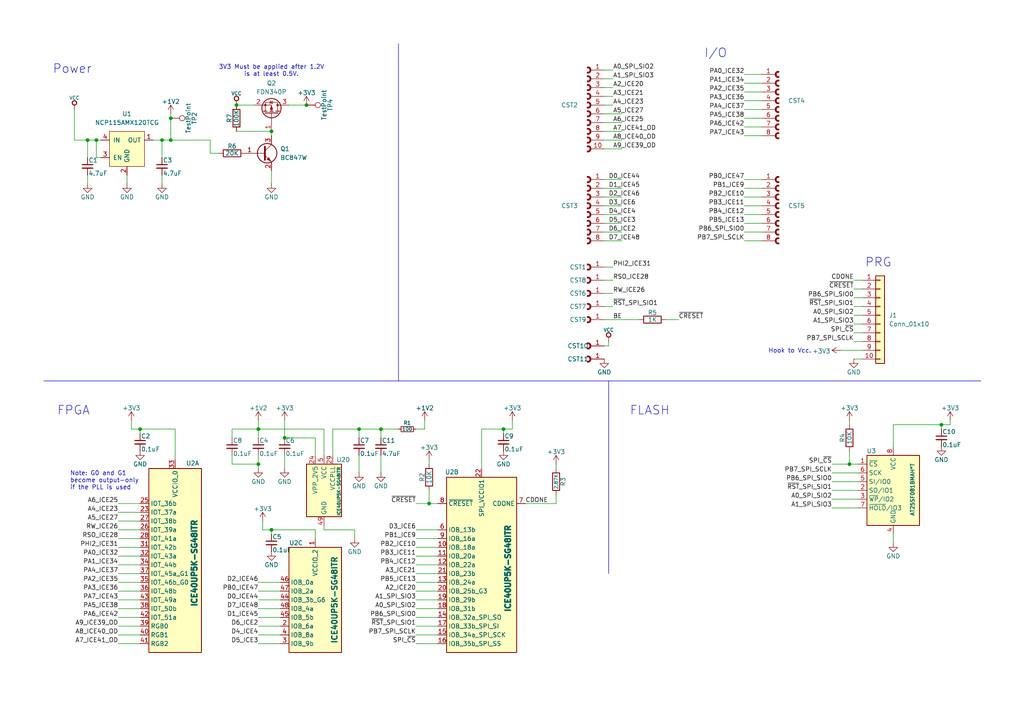
<source format=kicad_sch>
(kicad_sch (version 20250114) (generator "eeschema") (generator_version "9.0")
  (paper "A4")
  (title_block (title "CHIPz 6530 RIOT") (date "2025-07-12") (rev "1.0") (company "by Circuit Monkey from a Nimrod Design") (comment 1 "© 2023 Dag Lem,  CHIPz version © 2025 Mark J Koch") (comment 2 "Licensed under CERN-OHL-S v2 (https://ohwr.org/cern_ohl_s_v2.txt)") (comment 3 "Forked from: https://github.com/daglem/redip-riot"))
  (lib_symbols
    (symbol "CM_Connector_Generic:cast-01" (in_bom no)
      (property "Reference" "CST" (at -5.08 0 0))
      (symbol "cast-01_1_1"
        (pin passive line (at 2.54 0 180) (length 3.81) (name "") (number "1"))
      )
    )
    (symbol "CM_Connector_Generic:cast-08" (in_bom no)
      (property "Reference" "CST" (at -5.08 0 0))
      (symbol "cast-08_1_1"
        (pin passive line (at 2.54 7.62 180) (length 3.81) (name "") (number "1"))
        (pin passive line (at 2.54 5.08 180) (length 3.81) (name "") (number "2"))
        (pin passive line (at 2.54 2.54 180) (length 3.81) (name "") (number "3"))
        (pin passive line (at 2.54 0 180) (length 3.81) (name "") (number "4"))
        (pin passive line (at 2.54 -2.54 180) (length 3.81) (name "") (number "5"))
        (pin passive line (at 2.54 -5.08 180) (length 3.81) (name "") (number "6"))
        (pin passive line (at 2.54 -7.62 180) (length 3.81) (name "") (number "7"))
        (pin passive line (at 2.54 -10.16 180) (length 3.81) (name "") (number "8"))
      )
    )
    (symbol "CM_Connector_Generic:cast-10" (in_bom no)
      (property "Reference" "CST" (at -5.08 0 0))
      (symbol "cast-10_1_1"
        (pin passive line (at 2.54 10.16 180) (length 3.81) (name "") (number "1"))
        (pin passive line (at 2.54 7.62 180) (length 3.81) (name "") (number "2"))
        (pin passive line (at 2.54 5.08 180) (length 3.81) (name "") (number "3"))
        (pin passive line (at 2.54 2.54 180) (length 3.81) (name "") (number "4"))
        (pin passive line (at 2.54 0 180) (length 3.81) (name "") (number "5"))
        (pin passive line (at 2.54 -2.54 180) (length 3.81) (name "") (number "6"))
        (pin passive line (at 2.54 -5.08 180) (length 3.81) (name "") (number "7"))
        (pin passive line (at 2.54 -7.62 180) (length 3.81) (name "") (number "8"))
        (pin passive line (at 2.54 -10.16 180) (length 3.81) (name "") (number "9"))
        (pin passive line (at 2.54 -12.7 180) (length 3.81) (name "") (number "10"))
      )
    )
    (symbol "CM_power:VCC" (power) (pin_numbers (hide yes)) (pin_names (offset 0) (hide yes))
      (property "Value" "VCC" (at 0 2.794 0))
      (symbol "VCC_1_1"
        (pin power_in line (at 0 0 90) (length 0) (name "~") (number "1"))
      )
    )
    (symbol "Connector:TestPoint" (pin_numbers (hide yes)) (pin_names (offset 0.762) (hide yes))
      (property "Reference" "TP" (at 0 6.858 0))
      (property "Value" "TestPoint" (at 0 5.08 0))
      (symbol "TestPoint_1_1"
        (pin passive line (at 0 0 90) (length 2.54) (name "1") (number "1"))
      )
    )
    (symbol "Connector_Generic:Conn_01x10" (pin_names (offset 1.016) (hide yes))
      (property "Reference" "J" (at 0 12.7 0))
      (property "Value" "Conn_01x10" (at 0 -15.24 0))
      (symbol "Conn_01x10_1_1"
        (pin passive line (at -5.08 10.16 0) (length 3.81) (name "Pin_1") (number "1"))
        (pin passive line (at -5.08 7.62 0) (length 3.81) (name "Pin_2") (number "2"))
        (pin passive line (at -5.08 5.08 0) (length 3.81) (name "Pin_3") (number "3"))
        (pin passive line (at -5.08 2.54 0) (length 3.81) (name "Pin_4") (number "4"))
        (pin passive line (at -5.08 0 0) (length 3.81) (name "Pin_5") (number "5"))
        (pin passive line (at -5.08 -2.54 0) (length 3.81) (name "Pin_6") (number "6"))
        (pin passive line (at -5.08 -5.08 0) (length 3.81) (name "Pin_7") (number "7"))
        (pin passive line (at -5.08 -7.62 0) (length 3.81) (name "Pin_8") (number "8"))
        (pin passive line (at -5.08 -10.16 0) (length 3.81) (name "Pin_9") (number "9"))
        (pin passive line (at -5.08 -12.7 0) (length 3.81) (name "Pin_10") (number "10"))
      )
    )
    (symbol "Device:C_Small" (pin_numbers (hide yes)) (pin_names (offset 0.254) (hide yes))
      (property "Reference" "C" (at 0.254 1.778 0))
      (property "Value" "C_Small" (at 0.254 -2.032 0))
      (symbol "C_Small_1_1"
        (pin passive line (at 0 2.54 270) (length 2.032) (name "~") (number "1"))
        (pin passive line (at 0 -2.54 90) (length 2.032) (name "~") (number "2"))
      )
    )
    (symbol "Device:R" (pin_numbers (hide yes)) (pin_names (offset 0))
      (property "Reference" "R" (at 2.032 0 90))
      (property "Value" "R" (at 0 0 90))
      (symbol "R_1_1"
        (pin passive line (at 0 3.81 270) (length 1.27) (name "~") (number "1"))
        (pin passive line (at 0 -3.81 90) (length 1.27) (name "~") (number "2"))
      )
    )
    (symbol "Device:R_Small" (pin_numbers (hide yes)) (pin_names (offset 0.254) (hide yes))
      (property "Reference" "R" (at 0 0 90))
      (property "Value" "R_Small" (at 1.778 0 90))
      (symbol "R_Small_1_1"
        (pin passive line (at 0 2.54 270) (length 0.762) (name "~") (number "1"))
        (pin passive line (at 0 -2.54 90) (length 0.762) (name "~") (number "2"))
      )
    )
    (symbol "FPGA_Lattice:ICE40UP5K-SG48ITR"
      (property "Reference" "U" (at -8.89 -29.21 0))
      (property "Value" "ICE40UP5K-SG48ITR" (at 0 -31.75 0))
      (symbol "ICE40UP5K-SG48ITR_1_1"
        (pin bidirectional line (at -10.16 15.24 0) (length 2.54) (name "IOT_36b") (number "25"))
        (pin bidirectional line (at -10.16 12.7 0) (length 2.54) (name "IOT_37a") (number "23"))
        (pin bidirectional line (at -10.16 10.16 0) (length 2.54) (name "IOT_38b") (number "27"))
        (pin bidirectional line (at -10.16 7.62 0) (length 2.54) (name "IOT_39a") (number "26"))
        (pin bidirectional line (at -10.16 5.08 0) (length 2.54) (name "IOT_41a") (number "28"))
        (pin bidirectional line (at -10.16 2.54 0) (length 2.54) (name "IOT_42b") (number "31"))
        (pin bidirectional line (at -10.16 0 0) (length 2.54) (name "IOT_43a") (number "32"))
        (pin bidirectional line (at -10.16 -2.54 0) (length 2.54) (name "IOT_44b") (number "34"))
        (pin bidirectional line (at -10.16 -5.08 0) (length 2.54) (name "IOT_45a_G1") (number "37"))
        (pin bidirectional line (at -10.16 -7.62 0) (length 2.54) (name "IOT_46b_G0") (number "35"))
        (pin bidirectional line (at -10.16 -10.16 0) (length 2.54) (name "IOT_48b") (number "36"))
        (pin bidirectional line (at -10.16 -12.7 0) (length 2.54) (name "IOT_49a") (number "43"))
        (pin bidirectional line (at -10.16 -15.24 0) (length 2.54) (name "IOT_50b") (number "38"))
        (pin bidirectional line (at -10.16 -17.78 0) (length 2.54) (name "IOT_51a") (number "42"))
        (pin open_collector line (at -10.16 -20.32 0) (length 2.54) (name "RGB0") (number "39"))
        (pin open_collector line (at -10.16 -22.86 0) (length 2.54) (name "RGB1") (number "40"))
        (pin open_collector line (at -10.16 -25.4 0) (length 2.54) (name "RGB2") (number "41"))
        (pin power_in line (at 0 27.94 270) (length 2.54) (name "VCCIO_0") (number "33"))
      )
      (symbol "ICE40UP5K-SG48ITR_2_1"
        (pin input line (at -12.7 17.78 0) (length 2.54) (name "~{CRESET}") (number "8"))
        (pin bidirectional line (at -12.7 10.16 0) (length 2.54) (name "IOB_13b") (number "6"))
        (pin bidirectional line (at -12.7 7.62 0) (length 2.54) (name "IOB_16a") (number "9"))
        (pin bidirectional line (at -12.7 5.08 0) (length 2.54) (name "IOB_18a") (number "10"))
        (pin bidirectional line (at -12.7 2.54 0) (length 2.54) (name "IOB_20a") (number "11"))
        (pin bidirectional line (at -12.7 0 0) (length 2.54) (name "IOB_22a") (number "12"))
        (pin bidirectional line (at -12.7 -2.54 0) (length 2.54) (name "IOB_23b") (number "21"))
        (pin bidirectional line (at -12.7 -5.08 0) (length 2.54) (name "IOB_24a") (number "13"))
        (pin bidirectional line (at -12.7 -7.62 0) (length 2.54) (name "IOB_25b_G3") (number "20"))
        (pin bidirectional line (at -12.7 -10.16 0) (length 2.54) (name "IOB_29b") (number "19"))
        (pin bidirectional line (at -12.7 -12.7 0) (length 2.54) (name "IOB_31b") (number "18"))
        (pin bidirectional line (at -12.7 -15.24 0) (length 2.54) (name "IOB_32a_SPI_SO") (number "14"))
        (pin bidirectional line (at -12.7 -17.78 0) (length 2.54) (name "IOB_33b_SPI_SI") (number "17"))
        (pin bidirectional line (at -12.7 -20.32 0) (length 2.54) (name "IOB_34a_SPI_SCK") (number "15"))
        (pin bidirectional line (at -12.7 -22.86 0) (length 2.54) (name "IOB_35b_SPI_SS") (number "16"))
        (pin power_in line (at 0 27.94 270) (length 2.54) (name "SPI_VCCIO1") (number "22"))
        (pin open_collector line (at 12.7 17.78 180) (length 2.54) (name "CDONE") (number "7"))
      )
      (symbol "ICE40UP5K-SG48ITR_3_1"
        (pin bidirectional line (at -10.16 5.08 0) (length 2.54) (name "IOB_0a") (number "46"))
        (pin bidirectional line (at -10.16 2.54 0) (length 2.54) (name "IOB_2a") (number "47"))
        (pin bidirectional line (at -10.16 0 0) (length 2.54) (name "IOB_3b_G6") (number "44"))
        (pin bidirectional line (at -10.16 -2.54 0) (length 2.54) (name "IOB_4a") (number "48"))
        (pin bidirectional line (at -10.16 -5.08 0) (length 2.54) (name "IOB_5b") (number "45"))
        (pin bidirectional line (at -10.16 -7.62 0) (length 2.54) (name "IOB_6a") (number "2"))
        (pin bidirectional line (at -10.16 -10.16 0) (length 2.54) (name "IOB_8a") (number "4"))
        (pin bidirectional line (at -10.16 -12.7 0) (length 2.54) (name "IOB_9b") (number "3"))
        (pin power_in line (at 0 17.78 270) (length 2.54) (name "VCCIO_2") (number "1"))
      )
      (symbol "ICE40UP5K-SG48ITR_4_1"
        (pin power_in line (at -2.54 10.16 270) (length 2.54) (name "VPP_2V5") (number "24"))
        (pin passive line (at 0 10.16 270) (length 2.54) (hide yes) (name "VCC") (number "30"))
        (pin power_in line (at 0 10.16 270) (length 2.54) (name "VCC") (number "5"))
        (pin power_in line (at 0 -10.16 90) (length 2.54) (name "GND") (number "49"))
        (pin power_out line (at 2.54 10.16 270) (length 2.54) (name "VCCPLL") (number "29"))
      )
    )
    (symbol "Memory_Flash:AT25SF081-SSHD-X"
      (property "Reference" "U" (at -6.35 11.43 0))
      (property "Value" "AT25SF081-SSHD-X" (at 11.43 11.43 0))
      (symbol "AT25SF081-SSHD-X_1_1"
        (pin input line (at -10.16 7.62 0) (length 2.54) (name "~{CS}") (number "1"))
        (pin input line (at -10.16 5.08 0) (length 2.54) (name "SCK") (number "6"))
        (pin bidirectional line (at -10.16 2.54 0) (length 2.54) (name "SI/IO0") (number "5"))
        (pin bidirectional line (at -10.16 0 0) (length 2.54) (name "SO/IO1") (number "2"))
        (pin bidirectional line (at -10.16 -2.54 0) (length 2.54) (name "~{WP}/IO2") (number "3"))
        (pin bidirectional line (at -10.16 -5.08 0) (length 2.54) (name "~{HOLD}/IO3") (number "7"))
        (pin power_in line (at 0 12.7 270) (length 2.54) (name "VCC") (number "8"))
        (pin power_in line (at 0 -12.7 90) (length 2.54) (name "GND") (number "4"))
      )
    )
    (symbol "Transistor_BJT:BC847W" (pin_names (offset 0) (hide yes))
      (property "Reference" "Q" (at 5.08 1.905 0))
      (property "Value" "BC847W" (at 5.08 0 0))
      (symbol "BC847W_1_1"
        (pin input line (at -5.08 0 0) (length 2.54) (name "B") (number "1"))
        (pin passive line (at 2.54 5.08 270) (length 2.54) (name "C") (number "3"))
        (pin passive line (at 2.54 -5.08 90) (length 2.54) (name "E") (number "2"))
      )
    )
    (symbol "Transistor_FET:FDN340P" (pin_names (hide yes))
      (property "Reference" "Q" (at 5.08 1.905 0))
      (property "Value" "FDN340P" (at 5.08 0 0))
      (symbol "FDN340P_1_1"
        (pin input line (at -5.08 0 0) (length 2.54) (name "G") (number "1"))
        (pin passive line (at 2.54 5.08 270) (length 2.54) (name "D") (number "3"))
        (pin passive line (at 2.54 -5.08 90) (length 2.54) (name "S") (number "2"))
      )
    )
    (symbol "onsemi:NCP115AMX120TCG" (pin_names (offset 1.016))
      (property "Reference" "U" (at 0 10.16 0))
      (property "Value" "NCP115AMX120TCG" (at 0 7.62 0))
      (symbol "NCP115AMX120TCG_0_0"
        (pin power_in line (at -7.62 2.54 0) (length 2.54) (name "IN") (number "4"))
        (pin input line (at -7.62 -2.54 0) (length 2.54) (name "EN") (number "3"))
        (pin power_in line (at 0 -7.62 90) (length 2.54) (name "GND") (number "2"))
        (pin power_out line (at 7.62 2.54 180) (length 2.54) (name "OUT") (number "1"))
      )
    )
    (symbol "power:+1V2" (power) (pin_numbers (hide yes)) (pin_names (offset 0) (hide yes))
      (property "Value" "+1V2" (at 0 3.556 0))
      (symbol "+1V2_1_1"
        (pin power_in line (at 0 0 90) (length 0) (name "~") (number "1"))
      )
    )
    (symbol "power:+3V3" (power) (pin_numbers (hide yes)) (pin_names (offset 0) (hide yes))
      (property "Value" "+3V3" (at 0 3.556 0))
      (symbol "+3V3_1_1"
        (pin power_in line (at 0 0 90) (length 0) (name "~") (number "1"))
      )
    )
    (symbol "power:GND" (power) (pin_numbers (hide yes)) (pin_names (offset 0) (hide yes))
      (property "Value" "GND" (at 0 -3.81 0))
      (symbol "GND_1_1"
        (pin power_in line (at 0 0 270) (length 0) (name "~") (number "1"))
      )
    )
  )
  (text "PRG" (at 254.762 77.724 0) (effects (font (size 2.54 2.54)) (justify bottom)))
  (text "FLASH" (at 194.31 120.65 0) (effects (font (size 2.54 2.54)) (justify right bottom)))
  (text "FPGA" (at 16.51 120.65 0) (effects (font (size 2.54 2.54)) (justify left bottom)))
  (text "Hook to Vcc.\n" (at 229.108 101.854 0) (effects (font (size 1.27 1.27))))
  (text "Power" (at 15.24 21.59 0) (effects (font (size 2.54 2.54)) (justify left bottom)))
  (text "3V3 Must be applied after 1.2V\nis at least 0.5V." (at 78.74 20.574 0) (effects (font (size 1.27 1.27))))
  (text "I/O" (at 204.216 17.018 0) (effects (font (size 2.54 2.54)) (justify left bottom)))
  (text "Note: G0 and G1\nbecome output-only\nif the PLL is used" (at 20.32 142.24 0) (effects (font (size 1.27 1.27)) (justify left bottom)))
  (junction (at 46.99 40.64))
  (junction (at 40.64 124.46))
  (junction (at 27.94 40.64))
  (junction (at 74.93 134.62))
  (junction (at 146.05 124.46))
  (junction (at 78.74 153.67))
  (junction (at 104.14 124.46))
  (junction (at 82.55 127))
  (junction (at 246.38 134.62))
  (junction (at 273.05 123.19))
  (junction (at 49.53 40.64))
  (junction (at 74.93 124.46))
  (junction (at 49.53 34.29))
  (junction (at 88.9 30.48))
  (junction (at 25.4 40.64))
  (junction (at 68.58 30.48))
  (junction (at 78.74 38.1))
  (junction (at 124.46 146.05))
  (junction (at 110.49 124.46))
  (wire (pts (xy 259.08 154.94) (xy 259.08 157.48)))
  (wire (pts (xy 220.98 36.83) (xy 215.9 36.83)))
  (wire (pts (xy 34.29 161.29) (xy 40.64 161.29)))
  (wire (pts (xy 248.92 142.24) (xy 241.3 142.24)))
  (wire (pts (xy 175.26 25.4) (xy 177.8 25.4)))
  (wire (pts (xy 78.74 154.94) (xy 78.74 153.67)))
  (wire (pts (xy 259.08 123.19) (xy 259.08 129.54)))
  (wire (pts (xy 102.87 153.67) (xy 93.98 153.67)))
  (wire (pts (xy 175.26 92.71) (xy 185.42 92.71)))
  (wire (pts (xy 29.21 40.64) (xy 27.94 40.64)))
  (wire (pts (xy 36.83 50.8) (xy 36.83 53.34)))
  (wire (pts (xy 93.98 153.67) (xy 93.98 152.4)))
  (wire (pts (xy 175.26 40.64) (xy 180.34 40.64)))
  (wire (pts (xy 275.59 121.92) (xy 275.59 123.19)))
  (wire (pts (xy 74.93 176.53) (xy 81.28 176.53)))
  (wire (pts (xy 175.26 35.56) (xy 180.34 35.56)))
  (wire (pts (xy 74.93 171.45) (xy 81.28 171.45)))
  (wire (pts (xy 120.65 163.83) (xy 127 163.83)))
  (wire (pts (xy 220.98 34.29) (xy 215.9 34.29)))
  (wire (pts (xy 76.2 151.13) (xy 76.2 153.67)))
  (wire (pts (xy 74.93 134.62) (xy 74.93 135.89)))
  (wire (pts (xy 248.92 144.78) (xy 241.3 144.78)))
  (wire (pts (xy 74.93 181.61) (xy 81.28 181.61)))
  (wire (pts (xy 246.38 130.81) (xy 246.38 134.62)))
  (wire (pts (xy 120.65 124.46) (xy 123.19 124.46)))
  (wire (pts (xy 247.65 104.14) (xy 250.19 104.14)))
  (wire (pts (xy 148.59 121.92) (xy 148.59 124.46)))
  (wire (pts (xy 175.26 57.15) (xy 180.34 57.15)))
  (wire (pts (xy 74.93 132.08) (xy 74.93 134.62)))
  (wire (pts (xy 139.7 124.46) (xy 139.7 135.89)))
  (wire (pts (xy 124.46 146.05) (xy 127 146.05)))
  (wire (pts (xy 104.14 132.08) (xy 104.14 137.16)))
  (wire (pts (xy 215.9 69.85) (xy 220.98 69.85)))
  (wire (pts (xy 78.74 49.53) (xy 78.74 53.34)))
  (wire (pts (xy 139.7 124.46) (xy 146.05 124.46)))
  (wire (pts (xy 60.96 44.45) (xy 63.5 44.45)))
  (wire (pts (xy 215.9 64.77) (xy 220.98 64.77)))
  (wire (pts (xy 74.93 124.46) (xy 74.93 127)))
  (wire (pts (xy 34.29 153.67) (xy 40.64 153.67)))
  (wire (pts (xy 46.99 40.64) (xy 46.99 45.72)))
  (wire (pts (xy 34.29 166.37) (xy 40.64 166.37)))
  (wire (pts (xy 175.26 27.94) (xy 177.8 27.94)))
  (wire (pts (xy 25.4 45.72) (xy 25.4 40.64)))
  (wire (pts (xy 34.29 156.21) (xy 40.64 156.21)))
  (wire (pts (xy 220.98 26.67) (xy 215.9 26.67)))
  (wire (pts (xy 74.93 184.15) (xy 81.28 184.15)))
  (wire (pts (xy 110.49 124.46) (xy 110.49 127)))
  (wire (pts (xy 120.65 179.07) (xy 127 179.07)))
  (wire (pts (xy 152.4 146.05) (xy 161.29 146.05)))
  (wire (pts (xy 120.65 181.61) (xy 127 181.61)))
  (wire (pts (xy 120.65 161.29) (xy 127 161.29)))
  (wire (pts (xy 247.65 83.82) (xy 250.19 83.82)))
  (wire (pts (xy 246.38 123.19) (xy 246.38 121.92)))
  (wire (pts (xy 175.26 77.47) (xy 177.8 77.47)))
  (wire (pts (xy 34.29 158.75) (xy 40.64 158.75)))
  (wire (pts (xy 123.19 124.46) (xy 123.19 121.92)))
  (wire (pts (xy 74.93 179.07) (xy 81.28 179.07)))
  (wire (pts (xy 102.87 153.67) (xy 102.87 156.21)))
  (wire (pts (xy 120.65 168.91) (xy 127 168.91)))
  (polyline (pts (xy 115.57 12.7) (xy 115.57 110.49)) (stroke (width 0) (type solid)))
  (wire (pts (xy 241.3 137.16) (xy 248.92 137.16)))
  (wire (pts (xy 60.96 40.64) (xy 60.96 44.45)))
  (wire (pts (xy 175.26 62.23) (xy 180.34 62.23)))
  (wire (pts (xy 25.4 40.64) (xy 27.94 40.64)))
  (wire (pts (xy 220.98 24.13) (xy 215.9 24.13)))
  (wire (pts (xy 93.98 132.08) (xy 93.98 124.46)))
  (wire (pts (xy 120.65 166.37) (xy 127 166.37)))
  (wire (pts (xy 247.65 93.98) (xy 250.19 93.98)))
  (wire (pts (xy 96.52 124.46) (xy 104.14 124.46)))
  (wire (pts (xy 82.55 121.92) (xy 82.55 127)))
  (wire (pts (xy 25.4 53.34) (xy 25.4 50.8)))
  (wire (pts (xy 176.53 99.06) (xy 176.53 100.33)))
  (wire (pts (xy 120.65 158.75) (xy 127 158.75)))
  (wire (pts (xy 215.9 67.31) (xy 220.98 67.31)))
  (wire (pts (xy 247.65 86.36) (xy 250.19 86.36)))
  (wire (pts (xy 68.58 38.1) (xy 78.74 38.1)))
  (wire (pts (xy 120.65 184.15) (xy 127 184.15)))
  (wire (pts (xy 175.26 20.32) (xy 177.8 20.32)))
  (wire (pts (xy 175.26 30.48) (xy 177.8 30.48)))
  (wire (pts (xy 161.29 143.51) (xy 161.29 146.05)))
  (wire (pts (xy 215.9 21.59) (xy 220.98 21.59)))
  (wire (pts (xy 215.9 62.23) (xy 220.98 62.23)))
  (wire (pts (xy 34.29 186.69) (xy 40.64 186.69)))
  (wire (pts (xy 259.08 123.19) (xy 273.05 123.19)))
  (wire (pts (xy 38.1 124.46) (xy 40.64 124.46)))
  (wire (pts (xy 215.9 54.61) (xy 220.98 54.61)))
  (wire (pts (xy 34.29 181.61) (xy 40.64 181.61)))
  (wire (pts (xy 74.93 124.46) (xy 74.93 121.92)))
  (wire (pts (xy 241.3 134.62) (xy 246.38 134.62)))
  (wire (pts (xy 21.59 31.75) (xy 21.59 40.64)))
  (wire (pts (xy 76.2 153.67) (xy 78.74 153.67)))
  (wire (pts (xy 175.26 100.33) (xy 176.53 100.33)))
  (wire (pts (xy 175.26 67.31) (xy 180.34 67.31)))
  (wire (pts (xy 146.05 125.73) (xy 146.05 124.46)))
  (wire (pts (xy 34.29 179.07) (xy 40.64 179.07)))
  (wire (pts (xy 120.65 173.99) (xy 127 173.99)))
  (wire (pts (xy 248.92 139.7) (xy 241.3 139.7)))
  (wire (pts (xy 247.65 99.06) (xy 250.19 99.06)))
  (wire (pts (xy 68.58 30.48) (xy 73.66 30.48)))
  (wire (pts (xy 96.52 132.08) (xy 96.52 124.46)))
  (wire (pts (xy 34.29 184.15) (xy 40.64 184.15)))
  (wire (pts (xy 175.26 38.1) (xy 180.34 38.1)))
  (wire (pts (xy 273.05 123.19) (xy 275.59 123.19)))
  (wire (pts (xy 247.65 88.9) (xy 250.19 88.9)))
  (wire (pts (xy 82.55 127) (xy 91.44 127)))
  (wire (pts (xy 50.8 124.46) (xy 50.8 133.35)))
  (wire (pts (xy 49.53 40.64) (xy 49.53 34.29)))
  (wire (pts (xy 83.82 30.48) (xy 88.9 30.48)))
  (polyline (pts (xy 12.7 110.49) (xy 284.48 110.49)))
  (wire (pts (xy 175.26 69.85) (xy 180.34 69.85)))
  (wire (pts (xy 246.38 134.62) (xy 248.92 134.62)))
  (wire (pts (xy 215.9 57.15) (xy 220.98 57.15)))
  (wire (pts (xy 49.53 34.29) (xy 49.53 33.02)))
  (wire (pts (xy 248.92 147.32) (xy 241.3 147.32)))
  (wire (pts (xy 175.26 64.77) (xy 180.34 64.77)))
  (wire (pts (xy 110.49 132.08) (xy 110.49 137.16)))
  (wire (pts (xy 120.65 146.05) (xy 124.46 146.05)))
  (wire (pts (xy 67.31 127) (xy 67.31 124.46)))
  (wire (pts (xy 220.98 39.37) (xy 215.9 39.37)))
  (wire (pts (xy 120.65 153.67) (xy 127 153.67)))
  (wire (pts (xy 40.64 125.73) (xy 40.64 124.46)))
  (wire (pts (xy 175.26 81.28) (xy 177.8 81.28)))
  (wire (pts (xy 34.29 148.59) (xy 40.64 148.59)))
  (wire (pts (xy 273.05 124.46) (xy 273.05 123.19)))
  (wire (pts (xy 177.8 88.9) (xy 175.26 88.9)))
  (wire (pts (xy 44.45 40.64) (xy 46.99 40.64)))
  (wire (pts (xy 34.29 168.91) (xy 40.64 168.91)))
  (wire (pts (xy 34.29 151.13) (xy 40.64 151.13)))
  (wire (pts (xy 78.74 153.67) (xy 91.44 153.67)))
  (wire (pts (xy 247.65 81.28) (xy 250.19 81.28)))
  (wire (pts (xy 34.29 176.53) (xy 40.64 176.53)))
  (wire (pts (xy 120.65 176.53) (xy 127 176.53)))
  (wire (pts (xy 120.65 186.69) (xy 127 186.69)))
  (wire (pts (xy 27.94 45.72) (xy 27.94 40.64)))
  (wire (pts (xy 175.26 54.61) (xy 180.34 54.61)))
  (wire (pts (xy 124.46 134.62) (xy 124.46 133.35)))
  (wire (pts (xy 175.26 52.07) (xy 180.34 52.07)))
  (wire (pts (xy 110.49 124.46) (xy 115.57 124.46)))
  (wire (pts (xy 175.26 85.09) (xy 177.8 85.09)))
  (wire (pts (xy 91.44 132.08) (xy 91.44 127)))
  (wire (pts (xy 67.31 132.08) (xy 67.31 134.62)))
  (wire (pts (xy 124.46 142.24) (xy 124.46 146.05)))
  (wire (pts (xy 46.99 40.64) (xy 49.53 40.64)))
  (wire (pts (xy 175.26 33.02) (xy 180.34 33.02)))
  (wire (pts (xy 38.1 121.92) (xy 38.1 124.46)))
  (wire (pts (xy 146.05 124.46) (xy 148.59 124.46)))
  (wire (pts (xy 74.93 173.99) (xy 81.28 173.99)))
  (wire (pts (xy 193.04 92.71) (xy 196.85 92.71)))
  (wire (pts (xy 74.93 124.46) (xy 93.98 124.46)))
  (wire (pts (xy 34.29 173.99) (xy 40.64 173.99)))
  (wire (pts (xy 74.93 186.69) (xy 81.28 186.69)))
  (wire (pts (xy 175.26 59.69) (xy 180.34 59.69)))
  (wire (pts (xy 82.55 132.08) (xy 82.55 135.89)))
  (wire (pts (xy 34.29 146.05) (xy 40.64 146.05)))
  (wire (pts (xy 243.84 101.6) (xy 250.19 101.6)))
  (wire (pts (xy 215.9 59.69) (xy 220.98 59.69)))
  (wire (pts (xy 67.31 134.62) (xy 74.93 134.62)))
  (wire (pts (xy 247.65 96.52) (xy 250.19 96.52)))
  (wire (pts (xy 247.65 91.44) (xy 250.19 91.44)))
  (wire (pts (xy 120.65 171.45) (xy 127 171.45)))
  (polyline (pts (xy 176.53 110.49) (xy 176.53 166.37)))
  (wire (pts (xy 46.99 53.34) (xy 46.99 50.8)))
  (wire (pts (xy 34.29 171.45) (xy 40.64 171.45)))
  (wire (pts (xy 175.26 22.86) (xy 177.8 22.86)))
  (wire (pts (xy 104.14 124.46) (xy 104.14 127)))
  (wire (pts (xy 161.29 135.89) (xy 161.29 134.62)))
  (wire (pts (xy 27.94 45.72) (xy 29.21 45.72)))
  (wire (pts (xy 74.93 168.91) (xy 81.28 168.91)))
  (wire (pts (xy 78.74 38.1) (xy 78.74 39.37)))
  (wire (pts (xy 21.59 40.64) (xy 25.4 40.64)))
  (wire (pts (xy 104.14 124.46) (xy 110.49 124.46)))
  (wire (pts (xy 49.53 40.64) (xy 60.96 40.64)))
  (wire (pts (xy 91.44 153.67) (xy 91.44 156.21)))
  (wire (pts (xy 220.98 31.75) (xy 215.9 31.75)))
  (wire (pts (xy 34.29 163.83) (xy 40.64 163.83)))
  (wire (pts (xy 215.9 52.07) (xy 220.98 52.07)))
  (wire (pts (xy 120.65 156.21) (xy 127 156.21)))
  (wire (pts (xy 175.26 43.18) (xy 180.34 43.18)))
  (wire (pts (xy 40.64 124.46) (xy 50.8 124.46)))
  (wire (pts (xy 215.9 29.21) (xy 220.98 29.21)))
  (wire (pts (xy 67.31 124.46) (xy 74.93 124.46)))
  (label "A1_SPI_SIO3" (at 177.8 22.86 0))
  (label "A6_ICE25" (at 177.8 35.56 0))
  (label "D6_ICE2" (at 176.53 67.31 0))
  (label "PB2_ICE10" (at 120.65 158.75 180))
  (label "PB3_ICE11" (at 215.9 59.69 180))
  (label "PA2_ICE35" (at 215.9 26.67 180))
  (label "D2_ICE46" (at 176.53 57.15 0))
  (label "D2_ICE46" (at 74.93 168.91 180))
  (label "PB2_ICE10" (at 215.9 57.15 180))
  (label "PB4_ICE12" (at 120.65 163.83 180))
  (label "A3_ICE21" (at 177.8 27.94 0))
  (label "A9_ICE39_OD" (at 177.8 43.18 0))
  (label "CDONE" (at 152.4 146.05 0))
  (label "PB7_SPI_SCLK" (at 215.9 69.85 180))
  (label "SPI_~{CS}" (at 241.3 134.62 180))
  (label "PA7_ICE43" (at 34.29 173.99 180))
  (label "PHI2_ICE31" (at 34.29 158.75 180))
  (label "A0_SPI_SIO2" (at 120.65 176.53 180))
  (label "PB6_SPI_SIO0" (at 120.65 179.07 180))
  (label "~{RST}_SPI_SIO1" (at 241.3 142.24 180))
  (label "SPI_~{CS}" (at 120.65 186.69 180))
  (label "D6_ICE2" (at 74.93 181.61 180))
  (label "RSO_ICE28" (at 34.29 156.21 180))
  (label "PA4_ICE37" (at 34.29 166.37 180))
  (label "D1_ICE45" (at 176.53 54.61 0))
  (label "D4_ICE4" (at 176.53 62.23 0))
  (label "A7_ICE41_OD" (at 177.8 38.1 0))
  (label "PA5_ICE38" (at 215.9 34.29 180))
  (label "RSO_ICE28" (at 177.8 81.28 0))
  (label "A1_SPI_SIO3" (at 241.3 147.32 180))
  (label "D0_ICE44" (at 74.93 173.99 180))
  (label "A0_SPI_SIO2" (at 177.8 20.32 0))
  (label "D3_ICE6" (at 120.65 153.67 180))
  (label "A2_ICE20" (at 120.65 171.45 180))
  (label "CDONE" (at 247.65 81.28 180))
  (label "PB7_SPI_SCLK" (at 241.3 137.16 180))
  (label "PB6_SPI_SIO0" (at 247.65 86.36 180))
  (label "RW_ICE26" (at 34.29 153.67 180))
  (label "A1_SPI_SIO3" (at 247.65 93.98 180))
  (label "PB3_ICE11" (at 120.65 161.29 180))
  (label "PB0_ICE47" (at 74.93 171.45 180))
  (label "~{RST}_SPI_SIO1" (at 247.65 88.9 180))
  (label "PB5_ICE13" (at 215.9 64.77 180))
  (label "D3_ICE6" (at 176.53 59.69 0))
  (label "A2_ICE20" (at 177.8 25.4 0))
  (label "A7_ICE41_OD" (at 34.29 186.69 180))
  (label "PA1_ICE34" (at 34.29 163.83 180))
  (label "PB0_ICE47" (at 215.9 52.07 180))
  (label "A8_ICE40_OD" (at 177.8 40.64 0))
  (label "PB6_SPI_SIO0" (at 215.9 67.31 180))
  (label "~{CRESET}" (at 247.65 83.82 180))
  (label "PA3_ICE36" (at 215.9 29.21 180))
  (label "A1_SPI_SIO3" (at 120.65 173.99 180))
  (label "~{RST}_SPI_SIO1" (at 177.8 88.9 0))
  (label "PHI2_ICE31" (at 177.8 77.47 0))
  (label "~{RST}_SPI_SIO1" (at 120.65 181.61 180))
  (label "RW_ICE26" (at 177.8 85.09 0))
  (label "D1_ICE45" (at 74.93 179.07 180))
  (label "A5_ICE27" (at 34.29 151.13 180))
  (label "PB7_SPI_SCLK" (at 120.65 184.15 180))
  (label "PA2_ICE35" (at 34.29 168.91 180))
  (label "PB1_ICE9" (at 120.65 156.21 180))
  (label "~{CRESET}" (at 120.65 146.05 180))
  (label "A6_ICE25" (at 34.29 146.05 180))
  (label "PA4_ICE37" (at 215.9 31.75 180))
  (label "A3_ICE21" (at 120.65 166.37 180))
  (label "PA0_ICE32" (at 215.9 21.59 180))
  (label "A8_ICE40_OD" (at 34.29 184.15 180))
  (label "A9_ICE39_OD" (at 34.29 181.61 180))
  (label "PB7_SPI_SCLK" (at 247.65 99.06 180))
  (label "~{CRESET}" (at 196.85 92.71 0))
  (label "PB6_SPI_SIO0" (at 241.3 139.7 180))
  (label "BE" (at 177.8 92.71 0))
  (label "PA1_ICE34" (at 215.9 24.13 180))
  (label "PA0_ICE32" (at 34.29 161.29 180))
  (label "A0_SPI_SIO2" (at 247.65 91.44 180))
  (label "D7_ICE48" (at 74.93 176.53 180))
  (label "SPI_~{CS}" (at 247.65 96.52 180))
  (label "PA3_ICE36" (at 34.29 171.45 180))
  (label "A0_SPI_SIO2" (at 241.3 144.78 180))
  (label "A4_ICE23" (at 34.29 148.59 180))
  (label "PA5_ICE38" (at 34.29 176.53 180))
  (label "D5_ICE3" (at 74.93 186.69 180))
  (label "A4_ICE23" (at 177.8 30.48 0))
  (label "D4_ICE4" (at 74.93 184.15 180))
  (label "PB5_ICE13" (at 120.65 168.91 180))
  (label "PB1_ICE9" (at 215.9 54.61 180))
  (label "PA6_ICE42" (at 34.29 179.07 180))
  (label "PA7_ICE43" (at 215.9 39.37 180))
  (label "PA6_ICE42" (at 215.9 36.83 180))
  (label "D0_ICE44" (at 176.53 52.07 0))
  (label "D7_ICE48" (at 176.53 69.85 0))
  (label "A5_ICE27" (at 177.8 33.02 0))
  (label "PB4_ICE12" (at 215.9 62.23 180))
  (label "D5_ICE3" (at 176.53 64.77 0))
  (symbol (lib_id "FPGA_Lattice:ICE40UP5K-SG48ITR") (at 50.8 161.29 0) (unit 1)
    (property "Reference" "U2" (at 55.88 134.366 0))
    (property "Value" "ICE40UP5K-SG48ITR" (at 56.388 163.322 90) (effects (font (size 1.6 1.6) (thickness 0.4) (bold yes))))
    (property "Footprint" "Package_DFN_QFN:QFN-48-1EP_7x7mm_P0.5mm_EP5.6x5.6mm" (effects (hide yes)))
    (property "Datasheet" "http://www.latticesemi.com/Products/FPGAandCPLD/iCE40Ultra" (effects (hide yes)))
    (property "Description" "iCE40 UltraPlus FPGA, 5280 LUTs, 1.2V, 48-pin QFN" (effects (hide yes)))
  )
  (symbol (lib_id "FPGA_Lattice:ICE40UP5K-SG48ITR") (at 139.7 163.83 0) (unit 2)
    (property "Reference" "U2" (at 131.064 136.906 0))
    (property "Value" "ICE40UP5K-SG48ITR" (at 147.32 164.846 90) (effects (font (size 1.6 1.6) (thickness 0.4) (bold yes))))
    (property "Footprint" "Package_DFN_QFN:QFN-48-1EP_7x7mm_P0.5mm_EP5.6x5.6mm" (effects (hide yes)))
    (property "Datasheet" "http://www.latticesemi.com/Products/FPGAandCPLD/iCE40Ultra" (effects (hide yes)))
    (property "Description" "iCE40 UltraPlus FPGA, 5280 LUTs, 1.2V, 48-pin QFN" (effects (hide yes)))
  )
  (symbol (lib_id "FPGA_Lattice:ICE40UP5K-SG48ITR") (at 91.44 173.99 0) (unit 3)
    (property "Reference" "U2" (at 85.852 157.48 0))
    (property "Value" "ICE40UP5K-SG48ITR" (at 97.028 173.99 90) (effects (font (size 1.6 1.6) (thickness 0.32) (bold yes))))
    (property "Footprint" "Package_DFN_QFN:QFN-48-1EP_7x7mm_P0.5mm_EP5.6x5.6mm" (effects (hide yes)))
    (property "Datasheet" "http://www.latticesemi.com/Products/FPGAandCPLD/iCE40Ultra" (effects (hide yes)))
    (property "Description" "iCE40 UltraPlus FPGA, 5280 LUTs, 1.2V, 48-pin QFN" (effects (hide yes)))
  )
  (symbol (lib_id "FPGA_Lattice:ICE40UP5K-SG48ITR") (at 93.98 142.24 0) (unit 4)
    (property "Reference" "U2" (at 99.568 133.35 0))
    (property "Value" "ICE40UP5K-SG48ITR" (at 98.298 142.494 90) (effects (font (size 0.9 0.9) (thickness 0.4) (bold yes))))
    (property "Footprint" "Package_DFN_QFN:QFN-48-1EP_7x7mm_P0.5mm_EP5.6x5.6mm" (effects (hide yes)))
    (property "Datasheet" "http://www.latticesemi.com/Products/FPGAandCPLD/iCE40Ultra" (effects (hide yes)))
    (property "Description" "iCE40 UltraPlus FPGA, 5280 LUTs, 1.2V, 48-pin QFN" (effects (hide yes)))
  )
  (symbol (lib_id "Device:C_Small") (at 67.31 129.54 0) (unit 1)
    (property "Reference" "C8" (at 67.564 127.762 0) (effects (justify left)))
    (property "Value" "0.1uF" (at 67.564 131.572 0) (effects (justify left)))
    (property "Footprint" "Capacitor_SMD:C_0402_1005Metric_Pad0.74x0.62mm_HandSolder" (effects (hide yes)))
    (property "Description" "Unpolarized capacitor, small symbol" (effects (hide yes)))
  )
  (symbol (lib_id "Device:C_Small") (at 104.14 129.54 0) (unit 1)
    (property "Reference" "C7" (at 104.394 127.762 0) (effects (justify left)))
    (property "Value" "0.1uF" (at 104.394 131.572 0) (effects (justify left)))
    (property "Footprint" "Capacitor_SMD:C_0402_1005Metric_Pad0.74x0.62mm_HandSolder" (effects (hide yes)))
    (property "Description" "Unpolarized capacitor, small symbol" (effects (hide yes)))
  )
  (symbol (lib_id "power:+1V2") (at 123.19 121.92 0) (unit 1)
    (property "Reference" "#PWR18" (effects (hide yes)))
    (property "Value" "+1V2" (at 123.19 118.364 0))
    (property "Description" "Power symbol creates a global label with name \"+1V2\"" (effects (hide yes)))
  )
  (symbol (lib_id "power:GND") (at 104.14 137.16 0) (mirror y) (unit 1)
    (property "Reference" "#PWR15" (effects (hide yes)))
    (property "Value" "GND" (at 104.14 140.97 0))
    (property "Description" "Power symbol creates a global label with name \"GND\" , ground" (effects (hide yes)))
  )
  (symbol (lib_id "Device:R_Small") (at 118.11 124.46 270) (unit 1)
    (property "Reference" "R1" (at 118.11 122.682 90) (effects (font (size 1.016 1.016))))
    (property "Value" "100" (at 118.11 124.46 90) (effects (font (size 1 1))))
    (property "Footprint" "Resistor_SMD:R_0402_1005Metric_Pad0.72x0.64mm_HandSolder" (effects (hide yes)))
    (property "Description" "Resistor, small symbol" (effects (hide yes)))
  )
  (symbol (lib_id "power:GND") (at 102.87 156.21 0) (mirror y) (unit 1)
    (property "Reference" "#PWR14" (effects (hide yes)))
    (property "Value" "GND" (at 102.87 160.02 0))
    (property "Description" "Power symbol creates a global label with name \"GND\" , ground" (effects (hide yes)))
  )
  (symbol (lib_id "power:+3V3") (at 82.55 121.92 0) (unit 1)
    (property "Reference" "#PWR12" (effects (hide yes)))
    (property "Value" "+3V3" (at 82.55 118.364 0))
    (property "Description" "Power symbol creates a global label with name \"+3V3\"" (effects (hide yes)))
  )
  (symbol (lib_id "Device:C_Small") (at 74.93 129.54 0) (unit 1)
    (property "Reference" "C4" (at 75.184 127.762 0) (effects (justify left)))
    (property "Value" "0.1uF" (at 75.184 131.572 0) (effects (justify left)))
    (property "Footprint" "Capacitor_SMD:C_0402_1005Metric_Pad0.74x0.62mm_HandSolder" (effects (hide yes)))
    (property "Description" "Unpolarized capacitor, small symbol" (effects (hide yes)))
  )
  (symbol (lib_id "power:GND") (at 74.93 135.89 0) (mirror y) (unit 1)
    (property "Reference" "#PWR9" (effects (hide yes)))
    (property "Value" "GND" (at 74.93 139.7 0))
    (property "Description" "Power symbol creates a global label with name \"GND\" , ground" (effects (hide yes)))
  )
  (symbol (lib_id "power:+1V2") (at 74.93 121.92 0) (unit 1)
    (property "Reference" "#PWR8" (effects (hide yes)))
    (property "Value" "+1V2" (at 74.93 118.364 0))
    (property "Description" "Power symbol creates a global label with name \"+1V2\"" (effects (hide yes)))
  )
  (symbol (lib_id "power:GND") (at 78.74 160.02 0) (mirror y) (unit 1)
    (property "Reference" "#PWR11" (effects (hide yes)))
    (property "Value" "GND" (at 78.74 163.83 0))
    (property "Description" "Power symbol creates a global label with name \"GND\" , ground" (effects (hide yes)))
  )
  (symbol (lib_id "power:+3V3") (at 76.2 151.13 0) (unit 1)
    (property "Reference" "#PWR10" (effects (hide yes)))
    (property "Value" "+3V3" (at 76.2 147.574 0))
    (property "Description" "Power symbol creates a global label with name \"+3V3\"" (effects (hide yes)))
  )
  (symbol (lib_id "Device:C_Small") (at 78.74 157.48 0) (unit 1)
    (property "Reference" "C5" (at 78.994 155.702 0) (effects (justify left)))
    (property "Value" "0.1uF" (at 78.994 159.512 0) (effects (justify left)))
    (property "Footprint" "Capacitor_SMD:C_0402_1005Metric_Pad0.74x0.62mm_HandSolder" (effects (hide yes)))
    (property "Description" "Unpolarized capacitor, small symbol" (effects (hide yes)))
  )
  (symbol (lib_id "power:GND") (at 40.64 130.81 0) (mirror y) (unit 1)
    (property "Reference" "#PWR5" (effects (hide yes)))
    (property "Value" "GND" (at 40.64 134.62 0))
    (property "Description" "Power symbol creates a global label with name \"GND\" , ground" (effects (hide yes)))
  )
  (symbol (lib_id "power:+3V3") (at 38.1 121.92 0) (unit 1)
    (property "Reference" "#PWR4" (effects (hide yes)))
    (property "Value" "+3V3" (at 38.1 118.364 0))
    (property "Description" "Power symbol creates a global label with name \"+3V3\"" (effects (hide yes)))
  )
  (symbol (lib_id "Device:C_Small") (at 40.64 128.27 0) (unit 1)
    (property "Reference" "C2" (at 40.894 126.492 0) (effects (justify left)))
    (property "Value" "0.1uF" (at 40.894 130.302 0) (effects (justify left)))
    (property "Footprint" "Capacitor_SMD:C_0402_1005Metric_Pad0.74x0.62mm_HandSolder" (effects (hide yes)))
    (property "Description" "Unpolarized capacitor, small symbol" (effects (hide yes)))
  )
  (symbol (lib_id "power:GND") (at 146.05 130.81 0) (mirror y) (unit 1)
    (property "Reference" "#PWR20" (effects (hide yes)))
    (property "Value" "GND" (at 146.05 134.62 0))
    (property "Description" "Power symbol creates a global label with name \"GND\" , ground" (effects (hide yes)))
  )
  (symbol (lib_id "power:+3V3") (at 148.59 121.92 0) (unit 1)
    (property "Reference" "#PWR22" (effects (hide yes)))
    (property "Value" "+3V3" (at 148.59 118.364 0))
    (property "Description" "Power symbol creates a global label with name \"+3V3\"" (effects (hide yes)))
  )
  (symbol (lib_id "Device:C_Small") (at 146.05 128.27 0) (unit 1)
    (property "Reference" "C9" (at 146.304 126.492 0) (effects (justify left)))
    (property "Value" "0.1uF" (at 146.304 130.302 0) (effects (justify left)))
    (property "Footprint" "Capacitor_SMD:C_0402_1005Metric_Pad0.74x0.62mm_HandSolder" (effects (hide yes)))
    (property "Description" "Unpolarized capacitor, small symbol" (effects (hide yes)))
  )
  (symbol (lib_id "power:+3V3") (at 161.29 134.62 0) (unit 1)
    (property "Reference" "#PWR24" (effects (hide yes)))
    (property "Value" "+3V3" (at 161.29 131.064 0))
    (property "Description" "Power symbol creates a global label with name \"+3V3\"" (effects (hide yes)))
  )
  (symbol (lib_id "power:+3V3") (at 246.38 121.92 0) (unit 1)
    (property "Reference" "#PWR25" (effects (hide yes)))
    (property "Value" "+3V3" (at 246.38 118.364 0))
    (property "Description" "Power symbol creates a global label with name \"+3V3\"" (effects (hide yes)))
  )
  (symbol (lib_id "Device:R") (at 246.38 127 180) (unit 1)
    (property "Reference" "R4" (at 244.348 127 90))
    (property "Value" "10K" (at 246.38 127 90))
    (property "Footprint" "Resistor_SMD:R_0402_1005Metric_Pad0.72x0.64mm_HandSolder" (effects (hide yes)))
    (property "Description" "Resistor" (effects (hide yes)))
  )
  (symbol (lib_id "power:GND") (at 259.08 157.48 0) (mirror y) (unit 1)
    (property "Reference" "#PWR26" (effects (hide yes)))
    (property "Value" "GND" (at 259.08 161.29 0))
    (property "Description" "Power symbol creates a global label with name \"GND\" , ground" (effects (hide yes)))
  )
  (symbol (lib_id "power:+3V3") (at 275.59 121.92 0) (unit 1)
    (property "Reference" "#PWR28" (effects (hide yes)))
    (property "Value" "+3V3" (at 275.59 118.364 0))
    (property "Description" "Power symbol creates a global label with name \"+3V3\"" (effects (hide yes)))
  )
  (symbol (lib_id "Device:C_Small") (at 273.05 127 0) (unit 1)
    (property "Reference" "C10" (at 273.304 125.222 0) (effects (justify left)))
    (property "Value" "0.1uF" (at 273.304 129.032 0) (effects (justify left)))
    (property "Footprint" "Capacitor_SMD:C_0402_1005Metric_Pad0.74x0.62mm_HandSolder" (effects (hide yes)))
    (property "Description" "Unpolarized capacitor, small symbol" (effects (hide yes)))
  )
  (symbol (lib_id "power:GND") (at 273.05 129.54 0) (mirror y) (unit 1)
    (property "Reference" "#PWR27" (effects (hide yes)))
    (property "Value" "GND" (at 273.05 133.35 0))
    (property "Description" "Power symbol creates a global label with name \"GND\" , ground" (effects (hide yes)))
  )
  (symbol (lib_id "onsemi:NCP115AMX120TCG") (at 36.83 43.18 0) (unit 1)
    (property "Reference" "U1" (at 36.83 33.02 0))
    (property "Value" "NCP115AMX120TCG" (at 36.83 35.56 0))
    (property "Footprint" "onsemi:CASE_711AJ_1.0x1.0mm_P0.65mm" (effects (hide yes)))
    (property "Datasheet" "https://www.onsemi.com/pdf/datasheet/ncp115-d.pdf" (effects (hide yes)))
    (property "Description" "LDO Regulator - High PSRR" (effects (hide yes)))
  )
  (symbol (lib_id "Device:C_Small") (at 25.4 48.26 0) (unit 1)
    (property "Reference" "C1" (at 25.654 46.482 0) (effects (justify left)))
    (property "Value" "4.7uF" (at 25.654 50.292 0) (effects (justify left)))
    (property "Footprint" "Capacitor_SMD:C_0402_1005Metric_Pad0.74x0.62mm_HandSolder" (effects (hide yes)))
    (property "Description" "Unpolarized capacitor, small symbol" (effects (hide yes)))
  )
  (symbol (lib_id "power:GND") (at 25.4 53.34 0) (mirror y) (unit 1)
    (property "Reference" "#PWR2" (effects (hide yes)))
    (property "Value" "GND" (at 25.4 57.15 0))
    (property "Description" "Power symbol creates a global label with name \"GND\" , ground" (effects (hide yes)))
  )
  (symbol (lib_id "Device:C_Small") (at 46.99 48.26 0) (unit 1)
    (property "Reference" "C3" (at 47.244 46.482 0) (effects (justify left)))
    (property "Value" "4.7uF" (at 47.244 50.292 0) (effects (justify left)))
    (property "Footprint" "Capacitor_SMD:C_0402_1005Metric_Pad0.74x0.62mm_HandSolder" (effects (hide yes)))
    (property "Description" "Unpolarized capacitor, small symbol" (effects (hide yes)))
  )
  (symbol (lib_id "power:GND") (at 46.99 53.34 0) (mirror y) (unit 1)
    (property "Reference" "#PWR6" (effects (hide yes)))
    (property "Value" "GND" (at 46.99 57.15 0))
    (property "Description" "Power symbol creates a global label with name \"GND\" , ground" (effects (hide yes)))
  )
  (symbol (lib_id "Device:C_Small") (at 82.55 129.54 0) (unit 1)
    (property "Reference" "C6" (at 82.804 127.762 0) (effects (justify left)))
    (property "Value" "0.1uF" (at 82.804 131.572 0) (effects (justify left)))
    (property "Footprint" "Capacitor_SMD:C_0402_1005Metric_Pad0.74x0.62mm_HandSolder" (effects (hide yes)))
    (property "Description" "Unpolarized capacitor, small symbol" (effects (hide yes)))
  )
  (symbol (lib_id "power:GND") (at 82.55 135.89 0) (mirror y) (unit 1)
    (property "Reference" "#PWR13" (effects (hide yes)))
    (property "Value" "GND" (at 82.55 139.7 0))
    (property "Description" "Power symbol creates a global label with name \"GND\" , ground" (effects (hide yes)))
  )
  (symbol (lib_id "power:+3V3") (at 88.9 30.48 0) (unit 1)
    (property "Reference" "#PWR1" (effects (hide yes)))
    (property "Value" "+3V3" (at 88.9 26.924 0))
    (property "Description" "Power symbol creates a global label with name \"+3V3\"" (effects (hide yes)))
  )
  (symbol (lib_id "power:+1V2") (at 49.53 33.02 0) (unit 1)
    (property "Reference" "#PWR7" (effects (hide yes)))
    (property "Value" "+1V2" (at 49.53 29.464 0))
    (property "Description" "Power symbol creates a global label with name \"+1V2\"" (effects (hide yes)))
  )
  (symbol (lib_id "Connector:TestPoint") (at 49.53 34.29 270) (unit 1) (in_bom no)
    (property "Reference" "TP2" (at 56.388 34.29 0))
    (property "Value" "TestPoint" (at 54.61 34.29 0))
    (property "Footprint" "reDIP:TestPoint_Pad_D1.00mm" (effects (hide yes)))
    (property "Description" "test point" (effects (hide yes)))
  )
  (symbol (lib_id "power:GND") (at 247.65 104.14 0) (mirror y) (unit 1)
    (property "Reference" "#PWR21" (effects (hide yes)))
    (property "Value" "GND" (at 247.65 107.95 0))
    (property "Description" "Power symbol creates a global label with name \"GND\" , ground" (effects (hide yes)))
  )
  (symbol (lib_id "power:+3V3") (at 243.84 101.6 90) (unit 1)
    (property "Reference" "#PWR23" (effects (hide yes)))
    (property "Value" "+3V3" (at 238.252 101.854 90))
    (property "Description" "Power symbol creates a global label with name \"+3V3\"" (effects (hide yes)))
  )
  (symbol (lib_id "power:GND") (at 36.83 53.34 0) (mirror y) (unit 1)
    (property "Reference" "#PWR3" (effects (hide yes)))
    (property "Value" "GND" (at 36.83 57.15 0))
    (property "Description" "Power symbol creates a global label with name \"GND\" , ground" (effects (hide yes)))
  )
  (symbol (lib_id "CM_Connector_Generic:cast-01") (at 172.72 81.28 0) (unit 1) (in_bom no)
    (property "Reference" "CST8" (at 167.64 81.28 0))
    (property "Footprint" "CM_Connector_Castelated:cast-2.0-01P" (effects (hide yes)))
    (property "Description" "Castelated PCB Edge - 2.0mm - 1P" (effects (hide yes)))
  )
  (symbol (lib_id "power:+3V3") (at 124.46 133.35 0) (unit 1)
    (property "Reference" "#PWR19" (effects (hide yes)))
    (property "Value" "+3V3" (at 124.46 129.794 0))
    (property "Description" "Power symbol creates a global label with name \"+3V3\"" (effects (hide yes)))
  )
  (symbol (lib_id "CM_power:VCC") (at 21.59 31.75 0) (unit 1)
    (property "Reference" "#PWR031" (effects (hide yes)))
    (property "Value" "VCC" (at 21.59 28.956 0) (effects (font (size 1 1)) (justify bottom)))
    (property "Description" "Power symbol creates a global label with name \"VCC\"" (effects (hide yes)))
  )
  (symbol (lib_id "power:GND") (at 175.26 104.14 0) (mirror y) (unit 1)
    (property "Reference" "#PWR017" (effects (hide yes)))
    (property "Value" "GND" (at 175.26 107.95 0))
    (property "Description" "Power symbol creates a global label with name \"GND\" , ground" (effects (hide yes)))
  )
  (symbol (lib_id "power:GND") (at 78.74 53.34 0) (mirror y) (unit 1)
    (property "Reference" "#PWR033" (effects (hide yes)))
    (property "Value" "GND" (at 78.74 57.15 0))
    (property "Description" "Power symbol creates a global label with name \"GND\" , ground" (effects (hide yes)))
  )
  (symbol (lib_id "Device:C_Small") (at 110.49 129.54 0) (unit 1)
    (property "Reference" "C11" (at 110.744 127.762 0) (effects (justify left)))
    (property "Value" "4.7uF" (at 110.744 131.572 0) (effects (justify left)))
    (property "Footprint" "Capacitor_SMD:C_0402_1005Metric_Pad0.74x0.62mm_HandSolder" (effects (hide yes)))
    (property "Description" "Unpolarized capacitor, small symbol" (effects (hide yes)))
  )
  (symbol (lib_id "CM_Connector_Generic:cast-01") (at 172.72 100.33 0) (unit 1) (in_bom no)
    (property "Reference" "CST10" (at 167.64 100.33 0))
    (property "Footprint" "CM_Connector_Castelated:cast-2.0-01P" (effects (hide yes)))
    (property "Description" "Castelated PCB Edge - 2.0mm - 1P" (effects (hide yes)))
  )
  (symbol (lib_id "Device:R") (at 67.31 44.45 270) (mirror x) (unit 1)
    (property "Reference" "R6" (at 67.31 42.418 90))
    (property "Value" "20K" (at 67.31 44.45 90))
    (property "Footprint" "Resistor_SMD:R_0402_1005Metric_Pad0.72x0.64mm_HandSolder" (effects (hide yes)))
    (property "Description" "Resistor" (effects (hide yes)))
  )
  (symbol (lib_id "CM_Connector_Generic:cast-01") (at 172.72 92.71 0) (unit 1) (in_bom no)
    (property "Reference" "CST9" (at 167.64 92.71 0))
    (property "Footprint" "CM_Connector_Castelated:cast-2.0-01P" (effects (hide yes)))
    (property "Description" "Castelated PCB Edge - 2.0mm - 1P" (effects (hide yes)))
  )
  (symbol (lib_id "Device:R") (at 161.29 139.7 0) (unit 1)
    (property "Reference" "R3" (at 163.322 139.7 90))
    (property "Value" "2.87K" (at 161.29 139.7 90) (effects (font (size 1 1))))
    (property "Footprint" "Resistor_SMD:R_0402_1005Metric_Pad0.72x0.64mm_HandSolder" (effects (hide yes)))
    (property "Description" "Resistor" (effects (hide yes)))
  )
  (symbol (lib_id "Memory_Flash:AT25SF081-SSHD-X") (at 259.08 142.24 0) (unit 1)
    (property "Reference" "U3" (at 252.73 130.81 0))
    (property "Value" "AT25SF081BMAH*T" (at 264.668 141.986 90) (effects (font (size 1.1 1.1) (thickness 0.22) (bold yes))))
    (property "Footprint" "CM_Chip_Packages:UDFN-8_EP_3x2_Pitch0.5mm" (effects (hide yes)))
    (property "Datasheet" "https://www.adestotech.com/wp-content/uploads/DS-AT25SF081_045.pdf" (effects (hide yes)))
    (property "Description" "8-Mbit, 2.5V Minimum SPI Serial Flash Memory with Dual-I/O and Quad-I/O Support, UDFN-8" (effects (hide yes)))
  )
  (symbol (lib_id "Transistor_FET:FDN340P") (at 78.74 33.02 270) (mirror x) (unit 1)
    (property "Reference" "Q2" (at 78.74 24.13 90))
    (property "Value" "FDN340P" (at 78.74 26.67 90))
    (property "Footprint" "Package_TO_SOT_SMD:SOT-23" (effects (hide yes)))
    (property "Datasheet" "https://www.onsemi.com/pub/Collateral/FDN340P-D.PDF" (effects (hide yes)))
    (property "Description" "-2A Id, -20V Vds, P-Channel MOSFET, 70mOhm Ron, SOT-23" (effects (hide yes)))
  )
  (symbol (lib_id "CM_Connector_Generic:cast-10") (at 172.72 30.48 0) (unit 1) (in_bom no)
    (property "Reference" "CST2" (at 167.64 30.48 0) (effects (justify right)))
    (property "Footprint" "CM_Connector_Castelated:cast-2.0-10P" (effects (hide yes)))
    (property "Description" "Castelated PCB Edge - 2mm Pitch - 10 Pins" (effects (hide yes)))
  )
  (symbol (lib_id "Device:R") (at 124.46 138.43 180) (unit 1)
    (property "Reference" "R2" (at 122.428 138.43 90))
    (property "Value" "10K" (at 124.46 138.43 90))
    (property "Footprint" "Resistor_SMD:R_0402_1005Metric_Pad0.72x0.64mm_HandSolder" (effects (hide yes)))
    (property "Description" "Resistor" (effects (hide yes)))
  )
  (symbol (lib_id "Connector_Generic:Conn_01x10") (at 255.27 91.44 0) (unit 1)
    (property "Reference" "J1" (at 257.81 91.4399 0) (effects (justify left)))
    (property "Value" "Conn_01x10" (at 257.81 93.9799 0) (effects (justify left)))
    (property "Footprint" "Connector_JST:JST_SHL_SM10B-SHLS-TF_1x10-1MP_P1.00mm_Horizontal" (effects (hide yes)))
    (property "Description" "Generic connector, single row, 01x10, script generated (kicad-library-utils/schlib/autogen/connector/)" (effects (hide yes)))
  )
  (symbol (lib_id "CM_Connector_Generic:cast-08") (at 223.52 29.21 0) (mirror y) (unit 1) (in_bom no)
    (property "Reference" "CST4" (at 228.6 29.21 0) (effects (justify right)))
    (property "Footprint" "CM_Connector_Castelated:cast-2.0-08P" (effects (hide yes)))
    (property "Description" "Castelated PCB Edge - 2mm Pitch - 8 Pins" (effects (hide yes)))
  )
  (symbol (lib_id "Device:R") (at 68.58 34.29 180) (unit 1)
    (property "Reference" "R7" (at 66.548 34.29 90))
    (property "Value" "100K" (at 68.58 34.29 90))
    (property "Footprint" "Resistor_SMD:R_0402_1005Metric_Pad0.72x0.64mm_HandSolder" (effects (hide yes)))
    (property "Description" "Resistor" (effects (hide yes)))
  )
  (symbol (lib_id "Transistor_BJT:BC847W") (at 76.2 44.45 0) (unit 1)
    (property "Reference" "Q1" (at 81.28 43.1799 0) (effects (justify left)))
    (property "Value" "BC847W" (at 81.28 45.7199 0) (effects (justify left)))
    (property "Footprint" "Package_TO_SOT_SMD:SOT-323_SC-70" (effects (hide yes)))
    (property "Datasheet" "http://www.infineon.com/dgdl/Infineon-BC847SERIES_BC848SERIES_BC849SERIES_BC850SERIES-DS-v01_01-en.pdf?fileId=db3a304314dca389011541d4630a1657" (effects (hide yes)))
    (property "Description" "0.1A Ic, 45V Vce, NPN Transistor, SOT-323" (effects (hide yes)))
  )
  (symbol (lib_id "CM_power:VCC") (at 176.53 99.06 0) (unit 1)
    (property "Reference" "#PWR032" (effects (hide yes)))
    (property "Value" "VCC" (at 176.53 96.266 0) (effects (font (size 1 1)) (justify bottom)))
    (property "Description" "Power symbol creates a global label with name \"VCC\"" (effects (hide yes)))
  )
  (symbol (lib_id "CM_Connector_Generic:cast-01") (at 172.72 104.14 0) (unit 1) (in_bom no)
    (property "Reference" "CST11" (at 167.64 104.14 0))
    (property "Footprint" "CM_Connector_Castelated:cast-2.0-01P" (effects (hide yes)))
    (property "Description" "Castelated PCB Edge - 2.0mm - 1P" (effects (hide yes)))
  )
  (symbol (lib_id "CM_Connector_Generic:cast-08") (at 223.52 59.69 0) (mirror y) (unit 1) (in_bom no)
    (property "Reference" "CST5" (at 228.6 59.69 0) (effects (justify right)))
    (property "Footprint" "CM_Connector_Castelated:cast-2.0-08P" (effects (hide yes)))
    (property "Description" "Castelated PCB Edge - 2mm Pitch - 8 Pins" (effects (hide yes)))
  )
  (symbol (lib_id "Connector:TestPoint") (at 88.9 30.48 270) (unit 1) (in_bom no)
    (property "Reference" "TP4" (at 95.758 30.48 0))
    (property "Value" "TestPoint" (at 93.98 30.48 0))
    (property "Footprint" "reDIP:TestPoint_Pad_D1.00mm" (effects (hide yes)))
    (property "Description" "test point" (effects (hide yes)))
  )
  (symbol (lib_id "CM_Connector_Generic:cast-01") (at 172.72 85.09 0) (unit 1) (in_bom no)
    (property "Reference" "CST6" (at 167.64 85.09 0))
    (property "Footprint" "CM_Connector_Castelated:cast-2.0-01P" (effects (hide yes)))
    (property "Description" "Castelated PCB Edge - 2.0mm - 1P" (effects (hide yes)))
  )
  (symbol (lib_id "CM_Connector_Generic:cast-08") (at 172.72 59.69 0) (unit 1) (in_bom no)
    (property "Reference" "CST3" (at 167.64 59.69 0) (effects (justify right)))
    (property "Footprint" "CM_Connector_Castelated:cast-2.0-08P" (effects (hide yes)))
    (property "Description" "Castelated PCB Edge - 2mm Pitch - 8 Pins" (effects (hide yes)))
  )
  (symbol (lib_id "power:GND") (at 110.49 137.16 0) (mirror y) (unit 1)
    (property "Reference" "#PWR030" (effects (hide yes)))
    (property "Value" "GND" (at 110.49 140.97 0))
    (property "Description" "Power symbol creates a global label with name \"GND\" , ground" (effects (hide yes)))
  )
  (symbol (lib_id "CM_Connector_Generic:cast-01") (at 172.72 77.47 0) (unit 1) (in_bom no)
    (property "Reference" "CST1" (at 167.64 77.47 0))
    (property "Footprint" "CM_Connector_Castelated:cast-2.0-01P" (effects (hide yes)))
    (property "Description" "Castelated PCB Edge - 2.0mm - 1P" (effects (hide yes)))
  )
  (symbol (lib_id "Device:R") (at 189.23 92.71 90) (unit 1)
    (property "Reference" "R5" (at 189.23 90.678 90))
    (property "Value" "1K" (at 189.23 92.71 90))
    (property "Footprint" "Resistor_SMD:R_0402_1005Metric_Pad0.72x0.64mm_HandSolder" (effects (hide yes)))
    (property "Description" "Resistor" (effects (hide yes)))
  )
  (symbol (lib_id "CM_power:VCC") (at 68.58 30.48 0) (unit 1)
    (property "Reference" "#PWR029" (effects (hide yes)))
    (property "Value" "VCC" (at 68.58 27.686 0) (effects (font (size 1 1)) (justify bottom)))
    (property "Description" "Power symbol creates a global label with name \"VCC\"" (effects (hide yes)))
  )
  (symbol (lib_id "CM_Connector_Generic:cast-01") (at 172.72 88.9 0) (unit 1) (in_bom no)
    (property "Reference" "CST7" (at 167.64 88.9 0))
    (property "Footprint" "CM_Connector_Castelated:cast-2.0-01P" (effects (hide yes)))
    (property "Description" "Castelated PCB Edge - 2.0mm - 1P" (effects (hide yes)))
  )
)
</source>
